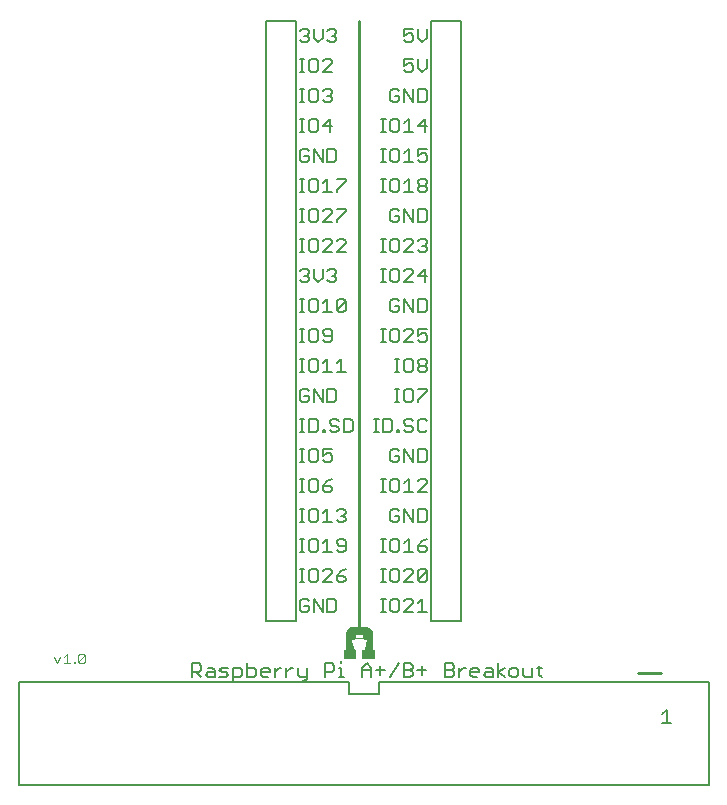
<source format=gto>
G75*
%MOIN*%
%OFA0B0*%
%FSLAX24Y24*%
%IPPOS*%
%LPD*%
%AMOC8*
5,1,8,0,0,1.08239X$1,22.5*
%
%ADD10C,0.0050*%
%ADD11C,0.0100*%
%ADD12C,0.0040*%
%ADD13C,0.0080*%
%ADD14C,0.0010*%
D10*
X005925Y003775D02*
X005925Y004225D01*
X006150Y004225D01*
X006225Y004150D01*
X006225Y004000D01*
X006150Y003925D01*
X005925Y003925D01*
X006075Y003925D02*
X006225Y003775D01*
X006385Y003850D02*
X006460Y003925D01*
X006686Y003925D01*
X006686Y004000D02*
X006686Y003775D01*
X006460Y003775D01*
X006385Y003850D01*
X006460Y004075D02*
X006611Y004075D01*
X006686Y004000D01*
X006846Y004000D02*
X006921Y004075D01*
X007146Y004075D01*
X007306Y004075D02*
X007306Y003625D01*
X007306Y003775D02*
X007531Y003775D01*
X007606Y003850D01*
X007606Y004000D01*
X007531Y004075D01*
X007306Y004075D01*
X007146Y003850D02*
X007071Y003925D01*
X006921Y003925D01*
X006846Y004000D01*
X006846Y003775D02*
X007071Y003775D01*
X007146Y003850D01*
X007767Y003775D02*
X007992Y003775D01*
X008067Y003850D01*
X008067Y004000D01*
X007992Y004075D01*
X007767Y004075D01*
X007767Y004225D02*
X007767Y003775D01*
X008227Y003850D02*
X008227Y004000D01*
X008302Y004075D01*
X008452Y004075D01*
X008527Y004000D01*
X008527Y003925D01*
X008227Y003925D01*
X008227Y003850D02*
X008302Y003775D01*
X008452Y003775D01*
X008687Y003775D02*
X008687Y004075D01*
X008687Y003925D02*
X008837Y004075D01*
X008913Y004075D01*
X009071Y004075D02*
X009071Y003775D01*
X009071Y003925D02*
X009221Y004075D01*
X009296Y004075D01*
X009455Y004075D02*
X009455Y003850D01*
X009530Y003775D01*
X009755Y003775D01*
X009755Y003700D02*
X009680Y003625D01*
X009605Y003625D01*
X009755Y003700D02*
X009755Y004075D01*
X010375Y003925D02*
X010601Y003925D01*
X010676Y004000D01*
X010676Y004150D01*
X010601Y004225D01*
X010375Y004225D01*
X010375Y003775D01*
X010836Y003775D02*
X010986Y003775D01*
X010911Y003775D02*
X010911Y004075D01*
X010836Y004075D01*
X010911Y004225D02*
X010911Y004300D01*
X011603Y004075D02*
X011603Y003775D01*
X011603Y004000D02*
X011903Y004000D01*
X011903Y004075D02*
X011903Y003775D01*
X012064Y004000D02*
X012364Y004000D01*
X012214Y004150D02*
X012214Y003850D01*
X012524Y003775D02*
X012824Y004225D01*
X012984Y004225D02*
X013210Y004225D01*
X013285Y004150D01*
X013285Y004075D01*
X013210Y004000D01*
X012984Y004000D01*
X012984Y003775D02*
X013210Y003775D01*
X013285Y003850D01*
X013285Y003925D01*
X013210Y004000D01*
X013445Y004000D02*
X013745Y004000D01*
X013595Y004150D02*
X013595Y003850D01*
X012984Y003775D02*
X012984Y004225D01*
X011903Y004075D02*
X011753Y004225D01*
X011603Y004075D01*
X012237Y005925D02*
X012387Y005925D01*
X012312Y005925D02*
X012312Y006375D01*
X012237Y006375D02*
X012387Y006375D01*
X012544Y006300D02*
X012544Y006000D01*
X012619Y005925D01*
X012769Y005925D01*
X012844Y006000D01*
X012844Y006300D01*
X012769Y006375D01*
X012619Y006375D01*
X012544Y006300D01*
X013004Y006300D02*
X013079Y006375D01*
X013229Y006375D01*
X013304Y006300D01*
X013304Y006225D01*
X013004Y005925D01*
X013304Y005925D01*
X013465Y005925D02*
X013765Y005925D01*
X013615Y005925D02*
X013615Y006375D01*
X013465Y006225D01*
X013540Y006925D02*
X013465Y007000D01*
X013765Y007300D01*
X013765Y007000D01*
X013690Y006925D01*
X013540Y006925D01*
X013465Y007000D02*
X013465Y007300D01*
X013540Y007375D01*
X013690Y007375D01*
X013765Y007300D01*
X013304Y007300D02*
X013229Y007375D01*
X013079Y007375D01*
X013004Y007300D01*
X012844Y007300D02*
X012769Y007375D01*
X012619Y007375D01*
X012544Y007300D01*
X012544Y007000D01*
X012619Y006925D01*
X012769Y006925D01*
X012844Y007000D01*
X012844Y007300D01*
X013004Y006925D02*
X013304Y007225D01*
X013304Y007300D01*
X013304Y006925D02*
X013004Y006925D01*
X012387Y006925D02*
X012237Y006925D01*
X012312Y006925D02*
X012312Y007375D01*
X012237Y007375D02*
X012387Y007375D01*
X012387Y007925D02*
X012237Y007925D01*
X012312Y007925D02*
X012312Y008375D01*
X012237Y008375D02*
X012387Y008375D01*
X012544Y008300D02*
X012544Y008000D01*
X012619Y007925D01*
X012769Y007925D01*
X012844Y008000D01*
X012844Y008300D01*
X012769Y008375D01*
X012619Y008375D01*
X012544Y008300D01*
X013004Y008225D02*
X013154Y008375D01*
X013154Y007925D01*
X013004Y007925D02*
X013304Y007925D01*
X013465Y008000D02*
X013540Y007925D01*
X013690Y007925D01*
X013765Y008000D01*
X013765Y008075D01*
X013690Y008150D01*
X013465Y008150D01*
X013465Y008000D01*
X013465Y008150D02*
X013615Y008300D01*
X013765Y008375D01*
X013690Y008925D02*
X013465Y008925D01*
X013465Y009375D01*
X013690Y009375D01*
X013765Y009300D01*
X013765Y009000D01*
X013690Y008925D01*
X013304Y008925D02*
X013304Y009375D01*
X013004Y009375D02*
X013004Y008925D01*
X012844Y009000D02*
X012844Y009150D01*
X012694Y009150D01*
X012844Y009000D02*
X012769Y008925D01*
X012619Y008925D01*
X012544Y009000D01*
X012544Y009300D01*
X012619Y009375D01*
X012769Y009375D01*
X012844Y009300D01*
X013004Y009375D02*
X013304Y008925D01*
X013304Y009925D02*
X013004Y009925D01*
X013154Y009925D02*
X013154Y010375D01*
X013004Y010225D01*
X012844Y010300D02*
X012769Y010375D01*
X012619Y010375D01*
X012544Y010300D01*
X012544Y010000D01*
X012619Y009925D01*
X012769Y009925D01*
X012844Y010000D01*
X012844Y010300D01*
X012387Y010375D02*
X012237Y010375D01*
X012312Y010375D02*
X012312Y009925D01*
X012237Y009925D02*
X012387Y009925D01*
X012619Y010925D02*
X012544Y011000D01*
X012544Y011300D01*
X012619Y011375D01*
X012769Y011375D01*
X012844Y011300D01*
X012844Y011150D02*
X012694Y011150D01*
X012844Y011150D02*
X012844Y011000D01*
X012769Y010925D01*
X012619Y010925D01*
X013004Y010925D02*
X013004Y011375D01*
X013304Y010925D01*
X013304Y011375D01*
X013465Y011375D02*
X013690Y011375D01*
X013765Y011300D01*
X013765Y011000D01*
X013690Y010925D01*
X013465Y010925D01*
X013465Y011375D01*
X013540Y011925D02*
X013465Y012000D01*
X013465Y012300D01*
X013540Y012375D01*
X013690Y012375D01*
X013765Y012300D01*
X013765Y012000D02*
X013690Y011925D01*
X013540Y011925D01*
X013304Y012000D02*
X013229Y011925D01*
X013079Y011925D01*
X013004Y012000D01*
X012849Y012000D02*
X012849Y011925D01*
X012774Y011925D01*
X012774Y012000D01*
X012849Y012000D01*
X012614Y012000D02*
X012614Y012300D01*
X012539Y012375D01*
X012314Y012375D01*
X012314Y011925D01*
X012539Y011925D01*
X012614Y012000D01*
X013004Y012225D02*
X013079Y012150D01*
X013229Y012150D01*
X013304Y012075D01*
X013304Y012000D01*
X013304Y012300D02*
X013229Y012375D01*
X013079Y012375D01*
X013004Y012300D01*
X013004Y012225D01*
X013079Y012925D02*
X013004Y013000D01*
X013004Y013300D01*
X013079Y013375D01*
X013229Y013375D01*
X013304Y013300D01*
X013304Y013000D01*
X013229Y012925D01*
X013079Y012925D01*
X012847Y012925D02*
X012697Y012925D01*
X012772Y012925D02*
X012772Y013375D01*
X012697Y013375D02*
X012847Y013375D01*
X012847Y013925D02*
X012697Y013925D01*
X012772Y013925D02*
X012772Y014375D01*
X012697Y014375D02*
X012847Y014375D01*
X013004Y014300D02*
X013004Y014000D01*
X013079Y013925D01*
X013229Y013925D01*
X013304Y014000D01*
X013304Y014300D01*
X013229Y014375D01*
X013079Y014375D01*
X013004Y014300D01*
X013465Y014300D02*
X013465Y014225D01*
X013540Y014150D01*
X013690Y014150D01*
X013765Y014075D01*
X013765Y014000D01*
X013690Y013925D01*
X013540Y013925D01*
X013465Y014000D01*
X013465Y014075D01*
X013540Y014150D01*
X013690Y014150D02*
X013765Y014225D01*
X013765Y014300D01*
X013690Y014375D01*
X013540Y014375D01*
X013465Y014300D01*
X013540Y014925D02*
X013465Y015000D01*
X013540Y014925D02*
X013690Y014925D01*
X013765Y015000D01*
X013765Y015150D01*
X013690Y015225D01*
X013615Y015225D01*
X013465Y015150D01*
X013465Y015375D01*
X013765Y015375D01*
X013304Y015300D02*
X013229Y015375D01*
X013079Y015375D01*
X013004Y015300D01*
X012844Y015300D02*
X012769Y015375D01*
X012619Y015375D01*
X012544Y015300D01*
X012544Y015000D01*
X012619Y014925D01*
X012769Y014925D01*
X012844Y015000D01*
X012844Y015300D01*
X013004Y014925D02*
X013304Y015225D01*
X013304Y015300D01*
X013304Y014925D02*
X013004Y014925D01*
X012387Y014925D02*
X012237Y014925D01*
X012312Y014925D02*
X012312Y015375D01*
X012237Y015375D02*
X012387Y015375D01*
X012619Y015925D02*
X012769Y015925D01*
X012844Y016000D01*
X012844Y016150D01*
X012694Y016150D01*
X012544Y016300D02*
X012544Y016000D01*
X012619Y015925D01*
X013004Y015925D02*
X013004Y016375D01*
X013304Y015925D01*
X013304Y016375D01*
X013465Y016375D02*
X013690Y016375D01*
X013765Y016300D01*
X013765Y016000D01*
X013690Y015925D01*
X013465Y015925D01*
X013465Y016375D01*
X013304Y016925D02*
X013004Y016925D01*
X013304Y017225D01*
X013304Y017300D01*
X013229Y017375D01*
X013079Y017375D01*
X013004Y017300D01*
X012844Y017300D02*
X012769Y017375D01*
X012619Y017375D01*
X012544Y017300D01*
X012544Y017000D01*
X012619Y016925D01*
X012769Y016925D01*
X012844Y017000D01*
X012844Y017300D01*
X012387Y017375D02*
X012237Y017375D01*
X012312Y017375D02*
X012312Y016925D01*
X012237Y016925D02*
X012387Y016925D01*
X012619Y016375D02*
X012544Y016300D01*
X012619Y016375D02*
X012769Y016375D01*
X012844Y016300D01*
X013690Y016925D02*
X013690Y017375D01*
X013465Y017150D01*
X013765Y017150D01*
X013690Y017925D02*
X013540Y017925D01*
X013465Y018000D01*
X013304Y017925D02*
X013004Y017925D01*
X013304Y018225D01*
X013304Y018300D01*
X013229Y018375D01*
X013079Y018375D01*
X013004Y018300D01*
X012844Y018300D02*
X012769Y018375D01*
X012619Y018375D01*
X012544Y018300D01*
X012544Y018000D01*
X012619Y017925D01*
X012769Y017925D01*
X012844Y018000D01*
X012844Y018300D01*
X012387Y018375D02*
X012237Y018375D01*
X012312Y018375D02*
X012312Y017925D01*
X012237Y017925D02*
X012387Y017925D01*
X012619Y018925D02*
X012544Y019000D01*
X012544Y019300D01*
X012619Y019375D01*
X012769Y019375D01*
X012844Y019300D01*
X012844Y019150D02*
X012694Y019150D01*
X012844Y019150D02*
X012844Y019000D01*
X012769Y018925D01*
X012619Y018925D01*
X013004Y018925D02*
X013004Y019375D01*
X013304Y018925D01*
X013304Y019375D01*
X013465Y019375D02*
X013690Y019375D01*
X013765Y019300D01*
X013765Y019000D01*
X013690Y018925D01*
X013465Y018925D01*
X013465Y019375D01*
X013540Y019925D02*
X013465Y020000D01*
X013465Y020075D01*
X013540Y020150D01*
X013690Y020150D01*
X013765Y020075D01*
X013765Y020000D01*
X013690Y019925D01*
X013540Y019925D01*
X013540Y020150D02*
X013465Y020225D01*
X013465Y020300D01*
X013540Y020375D01*
X013690Y020375D01*
X013765Y020300D01*
X013765Y020225D01*
X013690Y020150D01*
X013304Y019925D02*
X013004Y019925D01*
X013154Y019925D02*
X013154Y020375D01*
X013004Y020225D01*
X012844Y020300D02*
X012769Y020375D01*
X012619Y020375D01*
X012544Y020300D01*
X012544Y020000D01*
X012619Y019925D01*
X012769Y019925D01*
X012844Y020000D01*
X012844Y020300D01*
X012387Y020375D02*
X012237Y020375D01*
X012312Y020375D02*
X012312Y019925D01*
X012237Y019925D02*
X012387Y019925D01*
X012387Y020925D02*
X012237Y020925D01*
X012312Y020925D02*
X012312Y021375D01*
X012237Y021375D02*
X012387Y021375D01*
X012544Y021300D02*
X012544Y021000D01*
X012619Y020925D01*
X012769Y020925D01*
X012844Y021000D01*
X012844Y021300D01*
X012769Y021375D01*
X012619Y021375D01*
X012544Y021300D01*
X013004Y021225D02*
X013154Y021375D01*
X013154Y020925D01*
X013004Y020925D02*
X013304Y020925D01*
X013465Y021000D02*
X013540Y020925D01*
X013690Y020925D01*
X013765Y021000D01*
X013765Y021150D01*
X013690Y021225D01*
X013615Y021225D01*
X013465Y021150D01*
X013465Y021375D01*
X013765Y021375D01*
X013690Y021925D02*
X013690Y022375D01*
X013465Y022150D01*
X013765Y022150D01*
X013304Y021925D02*
X013004Y021925D01*
X013154Y021925D02*
X013154Y022375D01*
X013004Y022225D01*
X012844Y022300D02*
X012769Y022375D01*
X012619Y022375D01*
X012544Y022300D01*
X012544Y022000D01*
X012619Y021925D01*
X012769Y021925D01*
X012844Y022000D01*
X012844Y022300D01*
X012387Y022375D02*
X012237Y022375D01*
X012312Y022375D02*
X012312Y021925D01*
X012237Y021925D02*
X012387Y021925D01*
X012619Y022925D02*
X012769Y022925D01*
X012844Y023000D01*
X012844Y023150D01*
X012694Y023150D01*
X012544Y023300D02*
X012544Y023000D01*
X012619Y022925D01*
X013004Y022925D02*
X013004Y023375D01*
X013304Y022925D01*
X013304Y023375D01*
X013465Y023375D02*
X013690Y023375D01*
X013765Y023300D01*
X013765Y023000D01*
X013690Y022925D01*
X013465Y022925D01*
X013465Y023375D01*
X013615Y023925D02*
X013765Y024075D01*
X013765Y024375D01*
X013465Y024375D02*
X013465Y024075D01*
X013615Y023925D01*
X013304Y024000D02*
X013229Y023925D01*
X013079Y023925D01*
X013004Y024000D01*
X013004Y024150D02*
X013154Y024225D01*
X013229Y024225D01*
X013304Y024150D01*
X013304Y024000D01*
X013304Y024375D02*
X013004Y024375D01*
X013004Y024150D01*
X013079Y024925D02*
X013004Y025000D01*
X013079Y024925D02*
X013229Y024925D01*
X013304Y025000D01*
X013304Y025150D01*
X013229Y025225D01*
X013154Y025225D01*
X013004Y025150D01*
X013004Y025375D01*
X013304Y025375D01*
X013465Y025375D02*
X013465Y025075D01*
X013615Y024925D01*
X013765Y025075D01*
X013765Y025375D01*
X012769Y023375D02*
X012619Y023375D01*
X012544Y023300D01*
X012769Y023375D02*
X012844Y023300D01*
X010746Y025000D02*
X010671Y024925D01*
X010521Y024925D01*
X010446Y025000D01*
X010286Y025075D02*
X010286Y025375D01*
X010446Y025300D02*
X010521Y025375D01*
X010671Y025375D01*
X010746Y025300D01*
X010746Y025225D01*
X010671Y025150D01*
X010746Y025075D01*
X010746Y025000D01*
X010671Y025150D02*
X010596Y025150D01*
X010286Y025075D02*
X010136Y024925D01*
X009985Y025075D01*
X009985Y025375D01*
X009825Y025300D02*
X009825Y025225D01*
X009750Y025150D01*
X009825Y025075D01*
X009825Y025000D01*
X009750Y024925D01*
X009600Y024925D01*
X009525Y025000D01*
X009675Y025150D02*
X009750Y025150D01*
X009825Y025300D02*
X009750Y025375D01*
X009600Y025375D01*
X009525Y025300D01*
X009525Y024375D02*
X009675Y024375D01*
X009600Y024375D02*
X009600Y023925D01*
X009525Y023925D02*
X009675Y023925D01*
X009832Y024000D02*
X009907Y023925D01*
X010057Y023925D01*
X010132Y024000D01*
X010132Y024300D01*
X010057Y024375D01*
X009907Y024375D01*
X009832Y024300D01*
X009832Y024000D01*
X010292Y023925D02*
X010593Y024225D01*
X010593Y024300D01*
X010518Y024375D01*
X010367Y024375D01*
X010292Y024300D01*
X010292Y023925D02*
X010593Y023925D01*
X010518Y023375D02*
X010367Y023375D01*
X010292Y023300D01*
X010132Y023300D02*
X010132Y023000D01*
X010057Y022925D01*
X009907Y022925D01*
X009832Y023000D01*
X009832Y023300D01*
X009907Y023375D01*
X010057Y023375D01*
X010132Y023300D01*
X010292Y023000D02*
X010367Y022925D01*
X010518Y022925D01*
X010593Y023000D01*
X010593Y023075D01*
X010518Y023150D01*
X010442Y023150D01*
X010518Y023150D02*
X010593Y023225D01*
X010593Y023300D01*
X010518Y023375D01*
X009675Y023375D02*
X009525Y023375D01*
X009600Y023375D02*
X009600Y022925D01*
X009525Y022925D02*
X009675Y022925D01*
X009675Y022375D02*
X009525Y022375D01*
X009600Y022375D02*
X009600Y021925D01*
X009525Y021925D02*
X009675Y021925D01*
X009832Y022000D02*
X009907Y021925D01*
X010057Y021925D01*
X010132Y022000D01*
X010132Y022300D01*
X010057Y022375D01*
X009907Y022375D01*
X009832Y022300D01*
X009832Y022000D01*
X010292Y022150D02*
X010593Y022150D01*
X010518Y021925D02*
X010518Y022375D01*
X010292Y022150D01*
X010286Y021375D02*
X010286Y020925D01*
X009985Y021375D01*
X009985Y020925D01*
X009825Y021000D02*
X009825Y021150D01*
X009675Y021150D01*
X009525Y021000D02*
X009600Y020925D01*
X009750Y020925D01*
X009825Y021000D01*
X009825Y021300D02*
X009750Y021375D01*
X009600Y021375D01*
X009525Y021300D01*
X009525Y021000D01*
X009525Y020375D02*
X009675Y020375D01*
X009600Y020375D02*
X009600Y019925D01*
X009525Y019925D02*
X009675Y019925D01*
X009832Y020000D02*
X009832Y020300D01*
X009907Y020375D01*
X010057Y020375D01*
X010132Y020300D01*
X010132Y020000D01*
X010057Y019925D01*
X009907Y019925D01*
X009832Y020000D01*
X010292Y019925D02*
X010593Y019925D01*
X010442Y019925D02*
X010442Y020375D01*
X010292Y020225D01*
X010753Y020375D02*
X011053Y020375D01*
X011053Y020300D01*
X010753Y020000D01*
X010753Y019925D01*
X010753Y019375D02*
X011053Y019375D01*
X011053Y019300D01*
X010753Y019000D01*
X010753Y018925D01*
X010593Y018925D02*
X010292Y018925D01*
X010593Y019225D01*
X010593Y019300D01*
X010518Y019375D01*
X010367Y019375D01*
X010292Y019300D01*
X010132Y019300D02*
X010132Y019000D01*
X010057Y018925D01*
X009907Y018925D01*
X009832Y019000D01*
X009832Y019300D01*
X009907Y019375D01*
X010057Y019375D01*
X010132Y019300D01*
X009675Y019375D02*
X009525Y019375D01*
X009600Y019375D02*
X009600Y018925D01*
X009525Y018925D02*
X009675Y018925D01*
X009675Y018375D02*
X009525Y018375D01*
X009600Y018375D02*
X009600Y017925D01*
X009525Y017925D02*
X009675Y017925D01*
X009832Y018000D02*
X009832Y018300D01*
X009907Y018375D01*
X010057Y018375D01*
X010132Y018300D01*
X010132Y018000D01*
X010057Y017925D01*
X009907Y017925D01*
X009832Y018000D01*
X010292Y017925D02*
X010593Y018225D01*
X010593Y018300D01*
X010518Y018375D01*
X010367Y018375D01*
X010292Y018300D01*
X010292Y017925D02*
X010593Y017925D01*
X010753Y017925D02*
X011053Y018225D01*
X011053Y018300D01*
X010978Y018375D01*
X010828Y018375D01*
X010753Y018300D01*
X010753Y017925D02*
X011053Y017925D01*
X010671Y017375D02*
X010746Y017300D01*
X010746Y017225D01*
X010671Y017150D01*
X010746Y017075D01*
X010746Y017000D01*
X010671Y016925D01*
X010521Y016925D01*
X010446Y017000D01*
X010286Y017075D02*
X010286Y017375D01*
X010446Y017300D02*
X010521Y017375D01*
X010671Y017375D01*
X010671Y017150D02*
X010596Y017150D01*
X010286Y017075D02*
X010136Y016925D01*
X009985Y017075D01*
X009985Y017375D01*
X009825Y017300D02*
X009825Y017225D01*
X009750Y017150D01*
X009825Y017075D01*
X009825Y017000D01*
X009750Y016925D01*
X009600Y016925D01*
X009525Y017000D01*
X009675Y017150D02*
X009750Y017150D01*
X009825Y017300D02*
X009750Y017375D01*
X009600Y017375D01*
X009525Y017300D01*
X009525Y016375D02*
X009675Y016375D01*
X009600Y016375D02*
X009600Y015925D01*
X009525Y015925D02*
X009675Y015925D01*
X009832Y016000D02*
X009907Y015925D01*
X010057Y015925D01*
X010132Y016000D01*
X010132Y016300D01*
X010057Y016375D01*
X009907Y016375D01*
X009832Y016300D01*
X009832Y016000D01*
X010292Y015925D02*
X010593Y015925D01*
X010442Y015925D02*
X010442Y016375D01*
X010292Y016225D01*
X010753Y016300D02*
X010753Y016000D01*
X011053Y016300D01*
X011053Y016000D01*
X010978Y015925D01*
X010828Y015925D01*
X010753Y016000D01*
X010753Y016300D02*
X010828Y016375D01*
X010978Y016375D01*
X011053Y016300D01*
X010518Y015375D02*
X010367Y015375D01*
X010292Y015300D01*
X010292Y015225D01*
X010367Y015150D01*
X010593Y015150D01*
X010593Y015000D02*
X010593Y015300D01*
X010518Y015375D01*
X010593Y015000D02*
X010518Y014925D01*
X010367Y014925D01*
X010292Y015000D01*
X010132Y015000D02*
X010057Y014925D01*
X009907Y014925D01*
X009832Y015000D01*
X009832Y015300D01*
X009907Y015375D01*
X010057Y015375D01*
X010132Y015300D01*
X010132Y015000D01*
X009675Y014925D02*
X009525Y014925D01*
X009600Y014925D02*
X009600Y015375D01*
X009525Y015375D02*
X009675Y015375D01*
X009675Y014375D02*
X009525Y014375D01*
X009600Y014375D02*
X009600Y013925D01*
X009525Y013925D02*
X009675Y013925D01*
X009832Y014000D02*
X009907Y013925D01*
X010057Y013925D01*
X010132Y014000D01*
X010132Y014300D01*
X010057Y014375D01*
X009907Y014375D01*
X009832Y014300D01*
X009832Y014000D01*
X010292Y013925D02*
X010593Y013925D01*
X010442Y013925D02*
X010442Y014375D01*
X010292Y014225D01*
X010753Y014225D02*
X010903Y014375D01*
X010903Y013925D01*
X010753Y013925D02*
X011053Y013925D01*
X010671Y013375D02*
X010446Y013375D01*
X010446Y012925D01*
X010671Y012925D01*
X010746Y013000D01*
X010746Y013300D01*
X010671Y013375D01*
X010286Y013375D02*
X010286Y012925D01*
X009985Y013375D01*
X009985Y012925D01*
X009825Y013000D02*
X009825Y013150D01*
X009675Y013150D01*
X009525Y013000D02*
X009600Y012925D01*
X009750Y012925D01*
X009825Y013000D01*
X009825Y013300D02*
X009750Y013375D01*
X009600Y013375D01*
X009525Y013300D01*
X009525Y013000D01*
X009525Y012375D02*
X009675Y012375D01*
X009600Y012375D02*
X009600Y011925D01*
X009525Y011925D02*
X009675Y011925D01*
X009832Y011925D02*
X009832Y012375D01*
X010057Y012375D01*
X010132Y012300D01*
X010132Y012000D01*
X010057Y011925D01*
X009832Y011925D01*
X010292Y011925D02*
X010367Y011925D01*
X010367Y012000D01*
X010292Y012000D01*
X010292Y011925D01*
X010523Y012000D02*
X010598Y011925D01*
X010748Y011925D01*
X010823Y012000D01*
X010823Y012075D01*
X010748Y012150D01*
X010598Y012150D01*
X010523Y012225D01*
X010523Y012300D01*
X010598Y012375D01*
X010748Y012375D01*
X010823Y012300D01*
X010983Y012375D02*
X010983Y011925D01*
X011208Y011925D01*
X011283Y012000D01*
X011283Y012300D01*
X011208Y012375D01*
X010983Y012375D01*
X010593Y011375D02*
X010292Y011375D01*
X010292Y011150D01*
X010442Y011225D01*
X010518Y011225D01*
X010593Y011150D01*
X010593Y011000D01*
X010518Y010925D01*
X010367Y010925D01*
X010292Y011000D01*
X010132Y011000D02*
X010132Y011300D01*
X010057Y011375D01*
X009907Y011375D01*
X009832Y011300D01*
X009832Y011000D01*
X009907Y010925D01*
X010057Y010925D01*
X010132Y011000D01*
X009675Y010925D02*
X009525Y010925D01*
X009600Y010925D02*
X009600Y011375D01*
X009525Y011375D02*
X009675Y011375D01*
X009675Y010375D02*
X009525Y010375D01*
X009600Y010375D02*
X009600Y009925D01*
X009525Y009925D02*
X009675Y009925D01*
X009832Y010000D02*
X009832Y010300D01*
X009907Y010375D01*
X010057Y010375D01*
X010132Y010300D01*
X010132Y010000D01*
X010057Y009925D01*
X009907Y009925D01*
X009832Y010000D01*
X010292Y010000D02*
X010367Y009925D01*
X010518Y009925D01*
X010593Y010000D01*
X010593Y010075D01*
X010518Y010150D01*
X010292Y010150D01*
X010292Y010000D01*
X010292Y010150D02*
X010442Y010300D01*
X010593Y010375D01*
X010442Y009375D02*
X010442Y008925D01*
X010292Y008925D02*
X010593Y008925D01*
X010753Y009000D02*
X010828Y008925D01*
X010978Y008925D01*
X011053Y009000D01*
X011053Y009075D01*
X010978Y009150D01*
X010903Y009150D01*
X010978Y009150D02*
X011053Y009225D01*
X011053Y009300D01*
X010978Y009375D01*
X010828Y009375D01*
X010753Y009300D01*
X010442Y009375D02*
X010292Y009225D01*
X010132Y009300D02*
X010132Y009000D01*
X010057Y008925D01*
X009907Y008925D01*
X009832Y009000D01*
X009832Y009300D01*
X009907Y009375D01*
X010057Y009375D01*
X010132Y009300D01*
X009675Y009375D02*
X009525Y009375D01*
X009600Y009375D02*
X009600Y008925D01*
X009525Y008925D02*
X009675Y008925D01*
X009675Y008375D02*
X009525Y008375D01*
X009600Y008375D02*
X009600Y007925D01*
X009525Y007925D02*
X009675Y007925D01*
X009832Y008000D02*
X009907Y007925D01*
X010057Y007925D01*
X010132Y008000D01*
X010132Y008300D01*
X010057Y008375D01*
X009907Y008375D01*
X009832Y008300D01*
X009832Y008000D01*
X010292Y007925D02*
X010593Y007925D01*
X010442Y007925D02*
X010442Y008375D01*
X010292Y008225D01*
X010753Y008225D02*
X010828Y008150D01*
X011053Y008150D01*
X011053Y008000D02*
X011053Y008300D01*
X010978Y008375D01*
X010828Y008375D01*
X010753Y008300D01*
X010753Y008225D01*
X010753Y008000D02*
X010828Y007925D01*
X010978Y007925D01*
X011053Y008000D01*
X011053Y007375D02*
X010903Y007300D01*
X010753Y007150D01*
X010978Y007150D01*
X011053Y007075D01*
X011053Y007000D01*
X010978Y006925D01*
X010828Y006925D01*
X010753Y007000D01*
X010753Y007150D01*
X010593Y007225D02*
X010593Y007300D01*
X010518Y007375D01*
X010367Y007375D01*
X010292Y007300D01*
X010132Y007300D02*
X010132Y007000D01*
X010057Y006925D01*
X009907Y006925D01*
X009832Y007000D01*
X009832Y007300D01*
X009907Y007375D01*
X010057Y007375D01*
X010132Y007300D01*
X010292Y006925D02*
X010593Y007225D01*
X010593Y006925D02*
X010292Y006925D01*
X010286Y006375D02*
X010286Y005925D01*
X009985Y006375D01*
X009985Y005925D01*
X009825Y006000D02*
X009825Y006150D01*
X009675Y006150D01*
X009525Y006300D02*
X009525Y006000D01*
X009600Y005925D01*
X009750Y005925D01*
X009825Y006000D01*
X009825Y006300D02*
X009750Y006375D01*
X009600Y006375D01*
X009525Y006300D01*
X009525Y006925D02*
X009675Y006925D01*
X009600Y006925D02*
X009600Y007375D01*
X009525Y007375D02*
X009675Y007375D01*
X010446Y006375D02*
X010671Y006375D01*
X010746Y006300D01*
X010746Y006000D01*
X010671Y005925D01*
X010446Y005925D01*
X010446Y006375D01*
X013465Y009925D02*
X013765Y010225D01*
X013765Y010300D01*
X013690Y010375D01*
X013540Y010375D01*
X013465Y010300D01*
X013465Y009925D02*
X013765Y009925D01*
X012157Y011925D02*
X012007Y011925D01*
X012082Y011925D02*
X012082Y012375D01*
X012007Y012375D02*
X012157Y012375D01*
X013465Y012925D02*
X013465Y013000D01*
X013765Y013300D01*
X013765Y013375D01*
X013465Y013375D01*
X013690Y017925D02*
X013765Y018000D01*
X013765Y018075D01*
X013690Y018150D01*
X013615Y018150D01*
X013690Y018150D02*
X013765Y018225D01*
X013765Y018300D01*
X013690Y018375D01*
X013540Y018375D01*
X013465Y018300D01*
X010746Y021000D02*
X010746Y021300D01*
X010671Y021375D01*
X010446Y021375D01*
X010446Y020925D01*
X010671Y020925D01*
X010746Y021000D01*
X014366Y004225D02*
X014591Y004225D01*
X014666Y004150D01*
X014666Y004075D01*
X014591Y004000D01*
X014366Y004000D01*
X014591Y004000D02*
X014666Y003925D01*
X014666Y003850D01*
X014591Y003775D01*
X014366Y003775D01*
X014366Y004225D01*
X014826Y004075D02*
X014826Y003775D01*
X014826Y003925D02*
X014976Y004075D01*
X015051Y004075D01*
X015210Y004000D02*
X015210Y003850D01*
X015285Y003775D01*
X015435Y003775D01*
X015510Y003925D02*
X015210Y003925D01*
X015210Y004000D02*
X015285Y004075D01*
X015435Y004075D01*
X015510Y004000D01*
X015510Y003925D01*
X015670Y003850D02*
X015745Y003925D01*
X015970Y003925D01*
X015970Y004000D02*
X015970Y003775D01*
X015745Y003775D01*
X015670Y003850D01*
X015745Y004075D02*
X015895Y004075D01*
X015970Y004000D01*
X016130Y003925D02*
X016356Y004075D01*
X016514Y004000D02*
X016514Y003850D01*
X016589Y003775D01*
X016739Y003775D01*
X016814Y003850D01*
X016814Y004000D01*
X016739Y004075D01*
X016589Y004075D01*
X016514Y004000D01*
X016356Y003775D02*
X016130Y003925D01*
X016130Y003775D02*
X016130Y004225D01*
X016974Y004075D02*
X016974Y003850D01*
X017049Y003775D01*
X017275Y003775D01*
X017275Y004075D01*
X017435Y004075D02*
X017585Y004075D01*
X017510Y004150D02*
X017510Y003850D01*
X017585Y003775D01*
X021615Y002525D02*
X021765Y002675D01*
X021765Y002225D01*
X021615Y002225D02*
X021915Y002225D01*
D11*
X021550Y003900D02*
X020800Y003900D01*
X011500Y005450D02*
X011500Y025650D01*
D12*
X002309Y004540D02*
X002362Y004487D01*
X002149Y004273D01*
X002202Y004220D01*
X002309Y004220D01*
X002362Y004273D01*
X002362Y004487D01*
X002309Y004540D02*
X002202Y004540D01*
X002149Y004487D01*
X002149Y004273D01*
X002036Y004273D02*
X002036Y004220D01*
X001983Y004220D01*
X001983Y004273D01*
X002036Y004273D01*
X001865Y004220D02*
X001651Y004220D01*
X001758Y004220D02*
X001758Y004540D01*
X001651Y004434D01*
X001534Y004434D02*
X001427Y004220D01*
X001320Y004434D01*
D13*
X000150Y003600D02*
X000150Y000180D01*
X023150Y000180D01*
X023150Y003600D01*
X012150Y003600D01*
X012150Y003200D01*
X011150Y003200D01*
X011150Y003600D01*
X000150Y003600D01*
X008400Y005650D02*
X009400Y005650D01*
X009400Y025650D01*
X008400Y025650D01*
X008400Y005650D01*
X013900Y005650D02*
X014900Y005650D01*
X014900Y025650D01*
X013900Y025650D01*
X013900Y005650D01*
D14*
X011930Y005280D02*
X011930Y004660D01*
X012000Y004660D01*
X012000Y004400D01*
X011610Y004400D01*
X011610Y004660D01*
X011690Y004660D01*
X011780Y005030D01*
X011670Y005030D01*
X011670Y005060D01*
X011510Y005060D01*
X011510Y005080D01*
X011620Y005080D01*
X011620Y005210D01*
X011380Y005210D01*
X011380Y005080D01*
X011510Y005080D01*
X011510Y005060D01*
X011320Y005060D01*
X011320Y005030D01*
X011210Y005030D01*
X011320Y004660D01*
X011380Y004660D01*
X011380Y004400D01*
X011000Y004400D01*
X011000Y004660D01*
X011060Y004660D01*
X011060Y005270D01*
X011220Y005430D01*
X011770Y005430D01*
X011930Y005280D01*
X011930Y005276D02*
X011066Y005276D01*
X011060Y005267D02*
X011930Y005267D01*
X011930Y005259D02*
X011060Y005259D01*
X011060Y005250D02*
X011930Y005250D01*
X011930Y005242D02*
X011060Y005242D01*
X011060Y005233D02*
X011930Y005233D01*
X011930Y005225D02*
X011060Y005225D01*
X011060Y005216D02*
X011930Y005216D01*
X011930Y005208D02*
X011620Y005208D01*
X011620Y005199D02*
X011930Y005199D01*
X011930Y005191D02*
X011620Y005191D01*
X011620Y005182D02*
X011930Y005182D01*
X011930Y005174D02*
X011620Y005174D01*
X011620Y005165D02*
X011930Y005165D01*
X011930Y005157D02*
X011620Y005157D01*
X011620Y005148D02*
X011930Y005148D01*
X011930Y005140D02*
X011620Y005140D01*
X011620Y005131D02*
X011930Y005131D01*
X011930Y005123D02*
X011620Y005123D01*
X011620Y005114D02*
X011930Y005114D01*
X011930Y005106D02*
X011620Y005106D01*
X011620Y005097D02*
X011930Y005097D01*
X011930Y005089D02*
X011620Y005089D01*
X011620Y005080D02*
X011930Y005080D01*
X011930Y005072D02*
X011510Y005072D01*
X011060Y005072D01*
X011060Y005080D02*
X011380Y005080D01*
X011380Y005089D02*
X011060Y005089D01*
X011060Y005097D02*
X011380Y005097D01*
X011380Y005106D02*
X011060Y005106D01*
X011060Y005114D02*
X011380Y005114D01*
X011380Y005123D02*
X011060Y005123D01*
X011060Y005131D02*
X011380Y005131D01*
X011380Y005140D02*
X011060Y005140D01*
X011060Y005148D02*
X011380Y005148D01*
X011380Y005157D02*
X011060Y005157D01*
X011060Y005165D02*
X011380Y005165D01*
X011380Y005174D02*
X011060Y005174D01*
X011060Y005182D02*
X011380Y005182D01*
X011380Y005191D02*
X011060Y005191D01*
X011060Y005199D02*
X011380Y005199D01*
X011380Y005208D02*
X011060Y005208D01*
X011074Y005284D02*
X011926Y005284D01*
X011917Y005293D02*
X011083Y005293D01*
X011091Y005301D02*
X011907Y005301D01*
X011898Y005310D02*
X011100Y005310D01*
X011108Y005318D02*
X011889Y005318D01*
X011880Y005327D02*
X011117Y005327D01*
X011125Y005335D02*
X011871Y005335D01*
X011862Y005344D02*
X011134Y005344D01*
X011142Y005352D02*
X011853Y005352D01*
X011844Y005361D02*
X011151Y005361D01*
X011159Y005369D02*
X011835Y005369D01*
X011826Y005378D02*
X011168Y005378D01*
X011176Y005386D02*
X011817Y005386D01*
X011808Y005395D02*
X011185Y005395D01*
X011193Y005403D02*
X011799Y005403D01*
X011790Y005412D02*
X011202Y005412D01*
X011210Y005420D02*
X011781Y005420D01*
X011771Y005429D02*
X011219Y005429D01*
X011320Y005055D02*
X011060Y005055D01*
X011060Y005063D02*
X011510Y005063D01*
X011930Y005063D01*
X011930Y005055D02*
X011670Y005055D01*
X011670Y005046D02*
X011930Y005046D01*
X011930Y005038D02*
X011670Y005038D01*
X011776Y005012D02*
X011930Y005012D01*
X011930Y005004D02*
X011774Y005004D01*
X011772Y004995D02*
X011930Y004995D01*
X011930Y004987D02*
X011769Y004987D01*
X011767Y004978D02*
X011930Y004978D01*
X011930Y004970D02*
X011765Y004970D01*
X011763Y004961D02*
X011930Y004961D01*
X011930Y004953D02*
X011761Y004953D01*
X011759Y004944D02*
X011930Y004944D01*
X011930Y004936D02*
X011757Y004936D01*
X011755Y004927D02*
X011930Y004927D01*
X011930Y004919D02*
X011753Y004919D01*
X011751Y004910D02*
X011930Y004910D01*
X011930Y004902D02*
X011749Y004902D01*
X011747Y004893D02*
X011930Y004893D01*
X011930Y004885D02*
X011745Y004885D01*
X011743Y004876D02*
X011930Y004876D01*
X011930Y004868D02*
X011741Y004868D01*
X011738Y004859D02*
X011930Y004859D01*
X011930Y004851D02*
X011736Y004851D01*
X011734Y004842D02*
X011930Y004842D01*
X011930Y004834D02*
X011732Y004834D01*
X011730Y004825D02*
X011930Y004825D01*
X011930Y004817D02*
X011728Y004817D01*
X011726Y004808D02*
X011930Y004808D01*
X011930Y004800D02*
X011724Y004800D01*
X011722Y004791D02*
X011930Y004791D01*
X011930Y004783D02*
X011720Y004783D01*
X011718Y004774D02*
X011930Y004774D01*
X011930Y004766D02*
X011716Y004766D01*
X011714Y004757D02*
X011930Y004757D01*
X011930Y004749D02*
X011712Y004749D01*
X011709Y004740D02*
X011930Y004740D01*
X011930Y004732D02*
X011707Y004732D01*
X011705Y004723D02*
X011930Y004723D01*
X011930Y004715D02*
X011703Y004715D01*
X011701Y004706D02*
X011930Y004706D01*
X011930Y004698D02*
X011699Y004698D01*
X011697Y004689D02*
X011930Y004689D01*
X011930Y004681D02*
X011695Y004681D01*
X011693Y004672D02*
X011930Y004672D01*
X011930Y004664D02*
X011691Y004664D01*
X011610Y004655D02*
X012000Y004655D01*
X012000Y004647D02*
X011610Y004647D01*
X011610Y004638D02*
X012000Y004638D01*
X012000Y004630D02*
X011610Y004630D01*
X011610Y004621D02*
X012000Y004621D01*
X012000Y004613D02*
X011610Y004613D01*
X011610Y004604D02*
X012000Y004604D01*
X012000Y004596D02*
X011610Y004596D01*
X011610Y004587D02*
X012000Y004587D01*
X012000Y004579D02*
X011610Y004579D01*
X011610Y004570D02*
X012000Y004570D01*
X012000Y004562D02*
X011610Y004562D01*
X011610Y004553D02*
X012000Y004553D01*
X012000Y004545D02*
X011610Y004545D01*
X011610Y004536D02*
X012000Y004536D01*
X012000Y004528D02*
X011610Y004528D01*
X011610Y004519D02*
X012000Y004519D01*
X012000Y004511D02*
X011610Y004511D01*
X011610Y004502D02*
X012000Y004502D01*
X012000Y004494D02*
X011610Y004494D01*
X011610Y004485D02*
X012000Y004485D01*
X012000Y004477D02*
X011610Y004477D01*
X011610Y004468D02*
X012000Y004468D01*
X012000Y004460D02*
X011610Y004460D01*
X011610Y004451D02*
X012000Y004451D01*
X012000Y004443D02*
X011610Y004443D01*
X011610Y004434D02*
X012000Y004434D01*
X012000Y004426D02*
X011610Y004426D01*
X011610Y004417D02*
X012000Y004417D01*
X012000Y004409D02*
X011610Y004409D01*
X011610Y004400D02*
X012000Y004400D01*
X011930Y005021D02*
X011778Y005021D01*
X011780Y005029D02*
X011930Y005029D01*
X011320Y005038D02*
X011060Y005038D01*
X011060Y005046D02*
X011320Y005046D01*
X011215Y005012D02*
X011060Y005012D01*
X011060Y005004D02*
X011218Y005004D01*
X011220Y004995D02*
X011060Y004995D01*
X011060Y004987D02*
X011223Y004987D01*
X011225Y004978D02*
X011060Y004978D01*
X011060Y004970D02*
X011228Y004970D01*
X011230Y004961D02*
X011060Y004961D01*
X011060Y004953D02*
X011233Y004953D01*
X011236Y004944D02*
X011060Y004944D01*
X011060Y004936D02*
X011238Y004936D01*
X011241Y004927D02*
X011060Y004927D01*
X011060Y004919D02*
X011243Y004919D01*
X011246Y004910D02*
X011060Y004910D01*
X011060Y004902D02*
X011248Y004902D01*
X011251Y004893D02*
X011060Y004893D01*
X011060Y004885D02*
X011253Y004885D01*
X011256Y004876D02*
X011060Y004876D01*
X011060Y004868D02*
X011258Y004868D01*
X011261Y004859D02*
X011060Y004859D01*
X011060Y004851D02*
X011263Y004851D01*
X011266Y004842D02*
X011060Y004842D01*
X011060Y004834D02*
X011268Y004834D01*
X011271Y004825D02*
X011060Y004825D01*
X011060Y004817D02*
X011273Y004817D01*
X011276Y004808D02*
X011060Y004808D01*
X011060Y004800D02*
X011278Y004800D01*
X011281Y004791D02*
X011060Y004791D01*
X011060Y004783D02*
X011284Y004783D01*
X011286Y004774D02*
X011060Y004774D01*
X011060Y004766D02*
X011289Y004766D01*
X011291Y004757D02*
X011060Y004757D01*
X011060Y004749D02*
X011294Y004749D01*
X011296Y004740D02*
X011060Y004740D01*
X011060Y004732D02*
X011299Y004732D01*
X011301Y004723D02*
X011060Y004723D01*
X011060Y004715D02*
X011304Y004715D01*
X011306Y004706D02*
X011060Y004706D01*
X011060Y004698D02*
X011309Y004698D01*
X011311Y004689D02*
X011060Y004689D01*
X011060Y004681D02*
X011314Y004681D01*
X011316Y004672D02*
X011060Y004672D01*
X011060Y004664D02*
X011319Y004664D01*
X011380Y004655D02*
X011000Y004655D01*
X011000Y004647D02*
X011380Y004647D01*
X011380Y004638D02*
X011000Y004638D01*
X011000Y004630D02*
X011380Y004630D01*
X011380Y004621D02*
X011000Y004621D01*
X011000Y004613D02*
X011380Y004613D01*
X011380Y004604D02*
X011000Y004604D01*
X011000Y004596D02*
X011380Y004596D01*
X011380Y004587D02*
X011000Y004587D01*
X011000Y004579D02*
X011380Y004579D01*
X011380Y004570D02*
X011000Y004570D01*
X011000Y004562D02*
X011380Y004562D01*
X011380Y004553D02*
X011000Y004553D01*
X011000Y004545D02*
X011380Y004545D01*
X011380Y004536D02*
X011000Y004536D01*
X011000Y004528D02*
X011380Y004528D01*
X011380Y004519D02*
X011000Y004519D01*
X011000Y004511D02*
X011380Y004511D01*
X011380Y004502D02*
X011000Y004502D01*
X011000Y004494D02*
X011380Y004494D01*
X011380Y004485D02*
X011000Y004485D01*
X011000Y004477D02*
X011380Y004477D01*
X011380Y004468D02*
X011000Y004468D01*
X011000Y004460D02*
X011380Y004460D01*
X011380Y004451D02*
X011000Y004451D01*
X011000Y004443D02*
X011380Y004443D01*
X011380Y004434D02*
X011000Y004434D01*
X011000Y004426D02*
X011380Y004426D01*
X011380Y004417D02*
X011000Y004417D01*
X011000Y004409D02*
X011380Y004409D01*
X011380Y004400D02*
X011000Y004400D01*
X011060Y005021D02*
X011213Y005021D01*
X011210Y005029D02*
X011060Y005029D01*
M02*

</source>
